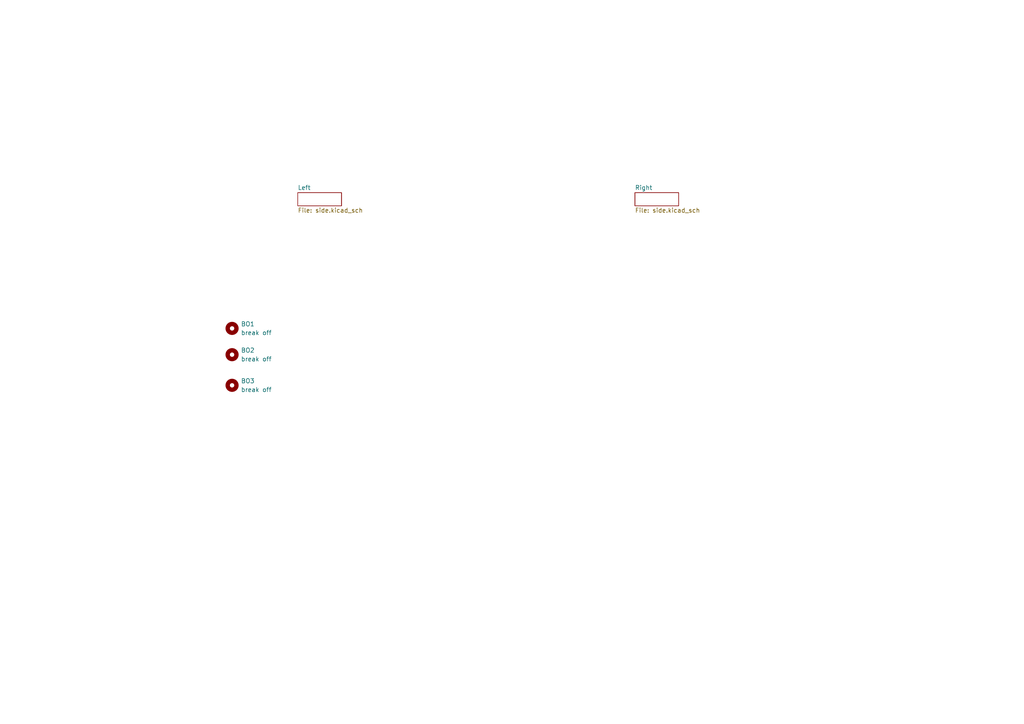
<source format=kicad_sch>
(kicad_sch
	(version 20250114)
	(generator "eeschema")
	(generator_version "9.0")
	(uuid "0a57ff4e-b46a-4530-8e3f-90e92dc28089")
	(paper "A4")
	(lib_symbols
		(symbol "Mechanical:MountingHole"
			(pin_names
				(offset 1.016)
			)
			(exclude_from_sim no)
			(in_bom no)
			(on_board yes)
			(property "Reference" "H"
				(at 0 5.08 0)
				(effects
					(font
						(size 1.27 1.27)
					)
				)
			)
			(property "Value" "MountingHole"
				(at 0 3.175 0)
				(effects
					(font
						(size 1.27 1.27)
					)
				)
			)
			(property "Footprint" ""
				(at 0 0 0)
				(effects
					(font
						(size 1.27 1.27)
					)
					(hide yes)
				)
			)
			(property "Datasheet" "~"
				(at 0 0 0)
				(effects
					(font
						(size 1.27 1.27)
					)
					(hide yes)
				)
			)
			(property "Description" "Mounting Hole without connection"
				(at 0 0 0)
				(effects
					(font
						(size 1.27 1.27)
					)
					(hide yes)
				)
			)
			(property "ki_keywords" "mounting hole"
				(at 0 0 0)
				(effects
					(font
						(size 1.27 1.27)
					)
					(hide yes)
				)
			)
			(property "ki_fp_filters" "MountingHole*"
				(at 0 0 0)
				(effects
					(font
						(size 1.27 1.27)
					)
					(hide yes)
				)
			)
			(symbol "MountingHole_0_1"
				(circle
					(center 0 0)
					(radius 1.27)
					(stroke
						(width 1.27)
						(type default)
					)
					(fill
						(type none)
					)
				)
			)
			(embedded_fonts no)
		)
	)
	(symbol
		(lib_id "Mechanical:MountingHole")
		(at 67.31 95.25 0)
		(unit 1)
		(exclude_from_sim no)
		(in_bom no)
		(on_board yes)
		(dnp no)
		(fields_autoplaced yes)
		(uuid "0a7fb3b6-33c8-4632-a0ce-415d60ce8f37")
		(property "Reference" "BO1"
			(at 69.85 93.9799 0)
			(effects
				(font
					(size 1.27 1.27)
				)
				(justify left)
			)
		)
		(property "Value" "break off"
			(at 69.85 96.5199 0)
			(effects
				(font
					(size 1.27 1.27)
				)
				(justify left)
			)
		)
		(property "Footprint" "Panelization:mouse-bite-5mm-slot"
			(at 67.31 95.25 0)
			(effects
				(font
					(size 1.27 1.27)
				)
				(hide yes)
			)
		)
		(property "Datasheet" "~"
			(at 67.31 95.25 0)
			(effects
				(font
					(size 1.27 1.27)
				)
				(hide yes)
			)
		)
		(property "Description" "Mounting Hole without connection"
			(at 67.31 95.25 0)
			(effects
				(font
					(size 1.27 1.27)
				)
				(hide yes)
			)
		)
		(instances
			(project ""
				(path "/0a57ff4e-b46a-4530-8e3f-90e92dc28089"
					(reference "BO1")
					(unit 1)
				)
			)
		)
	)
	(symbol
		(lib_id "Mechanical:MountingHole")
		(at 67.31 111.76 0)
		(unit 1)
		(exclude_from_sim no)
		(in_bom no)
		(on_board yes)
		(dnp no)
		(fields_autoplaced yes)
		(uuid "3db171ee-8b88-428f-bc79-d8b00385e987")
		(property "Reference" "BO3"
			(at 69.85 110.4899 0)
			(effects
				(font
					(size 1.27 1.27)
				)
				(justify left)
			)
		)
		(property "Value" "break off"
			(at 69.85 113.0299 0)
			(effects
				(font
					(size 1.27 1.27)
				)
				(justify left)
			)
		)
		(property "Footprint" "Panelization:mouse-bite-5mm-slot"
			(at 67.31 111.76 0)
			(effects
				(font
					(size 1.27 1.27)
				)
				(hide yes)
			)
		)
		(property "Datasheet" "~"
			(at 67.31 111.76 0)
			(effects
				(font
					(size 1.27 1.27)
				)
				(hide yes)
			)
		)
		(property "Description" "Mounting Hole without connection"
			(at 67.31 111.76 0)
			(effects
				(font
					(size 1.27 1.27)
				)
				(hide yes)
			)
		)
		(instances
			(project "ErgoKey"
				(path "/0a57ff4e-b46a-4530-8e3f-90e92dc28089"
					(reference "BO3")
					(unit 1)
				)
			)
		)
	)
	(symbol
		(lib_id "Mechanical:MountingHole")
		(at 67.31 102.87 0)
		(unit 1)
		(exclude_from_sim no)
		(in_bom no)
		(on_board yes)
		(dnp no)
		(fields_autoplaced yes)
		(uuid "e2e998c3-4afa-4176-9e10-2537fa33eff2")
		(property "Reference" "BO2"
			(at 69.85 101.5999 0)
			(effects
				(font
					(size 1.27 1.27)
				)
				(justify left)
			)
		)
		(property "Value" "break off"
			(at 69.85 104.1399 0)
			(effects
				(font
					(size 1.27 1.27)
				)
				(justify left)
			)
		)
		(property "Footprint" "Panelization:mouse-bite-5mm-slot"
			(at 67.31 102.87 0)
			(effects
				(font
					(size 1.27 1.27)
				)
				(hide yes)
			)
		)
		(property "Datasheet" "~"
			(at 67.31 102.87 0)
			(effects
				(font
					(size 1.27 1.27)
				)
				(hide yes)
			)
		)
		(property "Description" "Mounting Hole without connection"
			(at 67.31 102.87 0)
			(effects
				(font
					(size 1.27 1.27)
				)
				(hide yes)
			)
		)
		(instances
			(project "ErgoKey"
				(path "/0a57ff4e-b46a-4530-8e3f-90e92dc28089"
					(reference "BO2")
					(unit 1)
				)
			)
		)
	)
	(sheet
		(at 86.36 55.88)
		(size 12.7 3.81)
		(exclude_from_sim no)
		(in_bom yes)
		(on_board yes)
		(dnp no)
		(fields_autoplaced yes)
		(stroke
			(width 0.1524)
			(type solid)
		)
		(fill
			(color 0 0 0 0.0000)
		)
		(uuid "24bf7bb0-0743-41e9-964e-34fb91c95aa7")
		(property "Sheetname" "Left"
			(at 86.36 55.1684 0)
			(effects
				(font
					(size 1.27 1.27)
				)
				(justify left bottom)
			)
		)
		(property "Sheetfile" "side.kicad_sch"
			(at 86.36 60.2746 0)
			(effects
				(font
					(size 1.27 1.27)
				)
				(justify left top)
			)
		)
		(instances
			(project "ErgoKey"
				(path "/0a57ff4e-b46a-4530-8e3f-90e92dc28089"
					(page "2")
				)
			)
		)
	)
	(sheet
		(at 184.15 55.88)
		(size 12.7 3.81)
		(exclude_from_sim no)
		(in_bom yes)
		(on_board yes)
		(dnp no)
		(fields_autoplaced yes)
		(stroke
			(width 0.1524)
			(type solid)
		)
		(fill
			(color 0 0 0 0.0000)
		)
		(uuid "b81c6d7f-6c20-4b58-8858-ee7eb19240c1")
		(property "Sheetname" "Right"
			(at 184.15 55.1684 0)
			(effects
				(font
					(size 1.27 1.27)
				)
				(justify left bottom)
			)
		)
		(property "Sheetfile" "side.kicad_sch"
			(at 184.15 60.2746 0)
			(effects
				(font
					(size 1.27 1.27)
				)
				(justify left top)
			)
		)
		(instances
			(project "ErgoKey"
				(path "/0a57ff4e-b46a-4530-8e3f-90e92dc28089"
					(page "4")
				)
			)
		)
	)
	(sheet_instances
		(path "/"
			(page "1")
		)
	)
	(embedded_fonts no)
)

</source>
